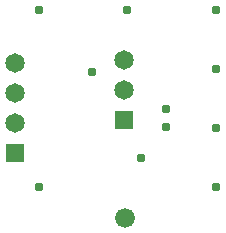
<source format=gbs>
%FSLAX25Y25*%
%MOIN*%
G70*
G01*
G75*
G04 Layer_Color=16711935*
%ADD10R,0.03543X0.03150*%
%ADD11R,0.03543X0.02756*%
%ADD12R,0.02756X0.05118*%
%ADD13R,0.03347X0.02756*%
%ADD14C,0.01969*%
%ADD15C,0.01575*%
%ADD16C,0.01181*%
%ADD17C,0.00984*%
%ADD18C,0.05906*%
%ADD19R,0.05906X0.05906*%
%ADD20C,0.06000*%
%ADD21C,0.02500*%
%ADD22C,0.00787*%
%ADD23C,0.00606*%
%ADD24R,0.04134X0.03740*%
%ADD25R,0.04134X0.03347*%
%ADD26R,0.03347X0.05709*%
%ADD27R,0.03937X0.03347*%
%ADD28C,0.06496*%
%ADD29R,0.06496X0.06496*%
%ADD30C,0.06591*%
%ADD31C,0.03091*%
D28*
X504724Y434724D02*
D03*
Y424724D02*
D03*
Y414724D02*
D03*
X540945Y425748D02*
D03*
Y435748D02*
D03*
D29*
X504724Y404724D02*
D03*
X540945Y415748D02*
D03*
D30*
X541339Y383071D02*
D03*
D31*
X546701Y402883D02*
D03*
X512598Y393307D02*
D03*
Y452362D02*
D03*
X542126D02*
D03*
X571654D02*
D03*
Y432677D02*
D03*
Y412992D02*
D03*
Y393307D02*
D03*
X530315Y431496D02*
D03*
X555118Y419291D02*
D03*
Y413386D02*
D03*
M02*

</source>
